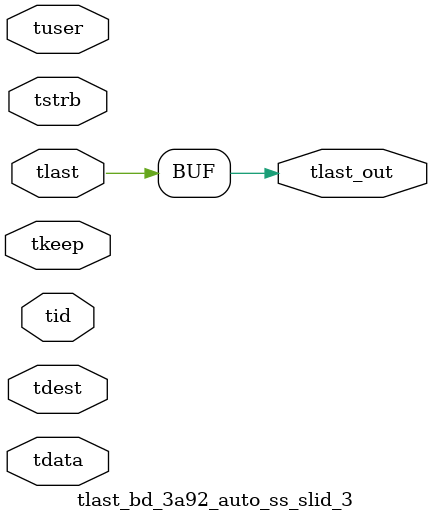
<source format=v>


`timescale 1ps/1ps

module tlast_bd_3a92_auto_ss_slid_3 #
(
parameter C_S_AXIS_TID_WIDTH   = 1,
parameter C_S_AXIS_TUSER_WIDTH = 0,
parameter C_S_AXIS_TDATA_WIDTH = 0,
parameter C_S_AXIS_TDEST_WIDTH = 0
)
(
input  [(C_S_AXIS_TID_WIDTH   == 0 ? 1 : C_S_AXIS_TID_WIDTH)-1:0       ] tid,
input  [(C_S_AXIS_TDATA_WIDTH == 0 ? 1 : C_S_AXIS_TDATA_WIDTH)-1:0     ] tdata,
input  [(C_S_AXIS_TUSER_WIDTH == 0 ? 1 : C_S_AXIS_TUSER_WIDTH)-1:0     ] tuser,
input  [(C_S_AXIS_TDEST_WIDTH == 0 ? 1 : C_S_AXIS_TDEST_WIDTH)-1:0     ] tdest,
input  [(C_S_AXIS_TDATA_WIDTH/8)-1:0 ] tkeep,
input  [(C_S_AXIS_TDATA_WIDTH/8)-1:0 ] tstrb,
input  [0:0]                                                             tlast,
output                                                                   tlast_out
);

assign tlast_out = {tlast};

endmodule


</source>
